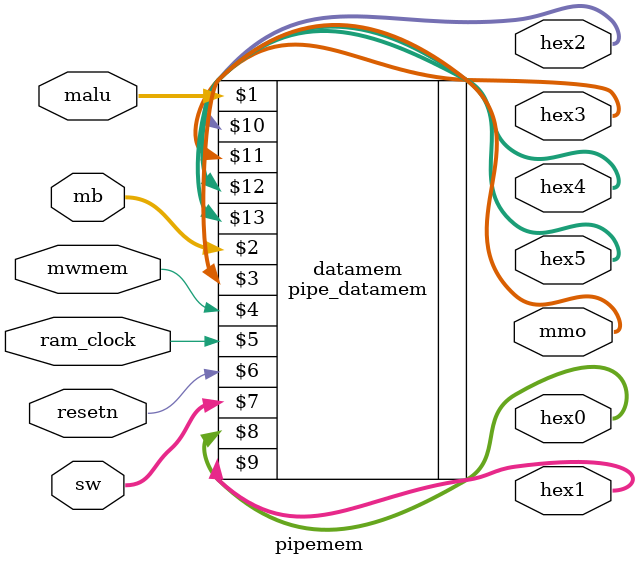
<source format=v>
module pipemem(mwmem, malu, mb, ram_clock, resetn, mmo, sw, hex0, hex1, hex2, hex3, hex4, hex5);
input         mwmem, ram_clock, resetn;
input  [31:0] malu, mb;
input  [9:0]  sw;
output [31:0] mmo;
output [3:0]  hex0, hex1, hex2, hex3, hex4, hex5;

wire [31:0] mem_data;

pipe_datamem datamem(malu, mb, mmo, mwmem, ram_clock, resetn, sw, hex0, hex1, hex2, hex3, hex4, hex5);

endmodule

</source>
